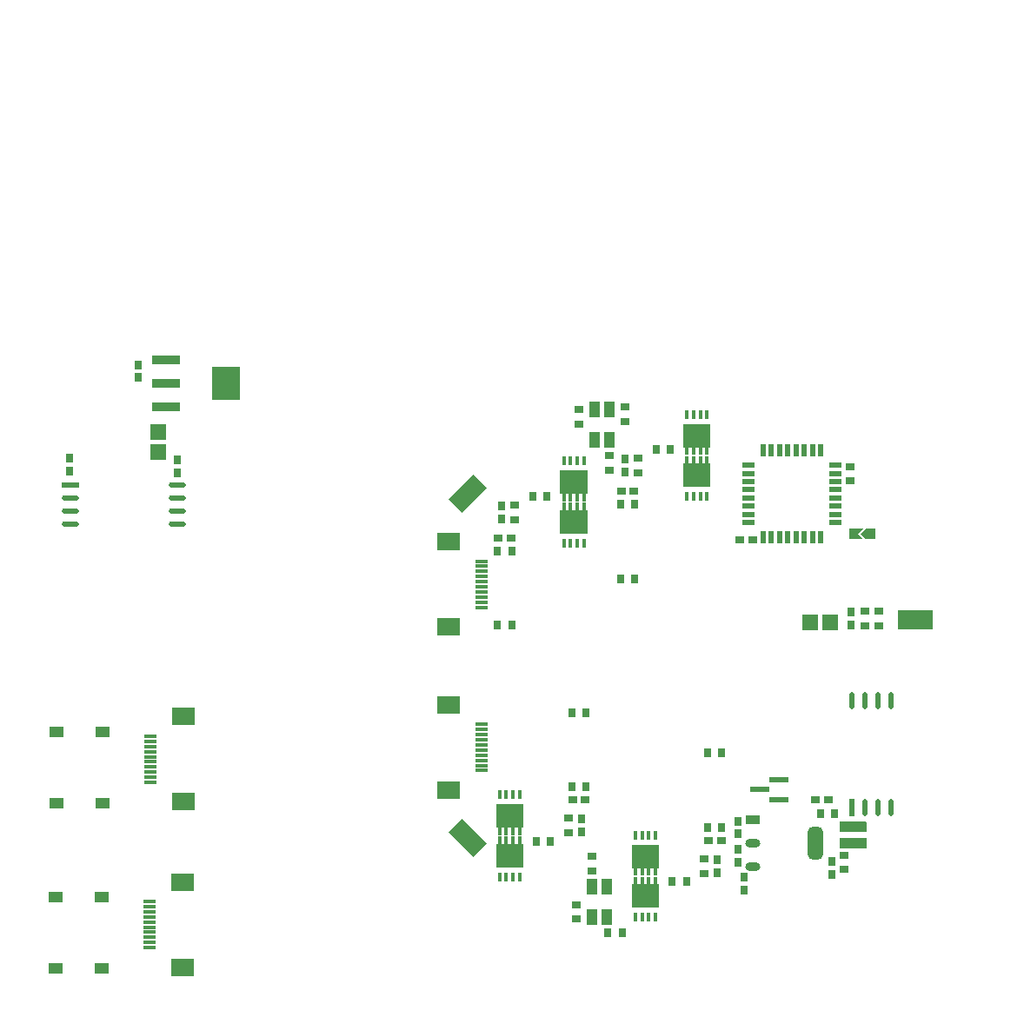
<source format=gtp>
G04*
G04 #@! TF.GenerationSoftware,Altium Limited,Altium Designer,25.8.1 (18)*
G04*
G04 Layer_Color=8421504*
%FSLAX44Y44*%
%MOMM*%
G71*
G04*
G04 #@! TF.SameCoordinates,668C74B0-1D1B-4F50-AB7C-E7AA2C44617E*
G04*
G04*
G04 #@! TF.FilePolarity,Positive*
G04*
G01*
G75*
%ADD20R,2.6000X1.0000*%
%ADD21R,1.6000X1.5500*%
%ADD22R,0.8000X0.8500*%
%ADD23R,2.7000X0.9000*%
%ADD24R,2.7000X3.3000*%
G04:AMPARAMS|DCode=25|XSize=1.6539mm|YSize=0.5421mm|CornerRadius=0.2711mm|HoleSize=0mm|Usage=FLASHONLY|Rotation=0.000|XOffset=0mm|YOffset=0mm|HoleType=Round|Shape=RoundedRectangle|*
%AMROUNDEDRECTD25*
21,1,1.6539,0.0000,0,0,0.0*
21,1,1.1118,0.5421,0,0,0.0*
1,1,0.5421,0.5559,0.0000*
1,1,0.5421,-0.5559,0.0000*
1,1,0.5421,-0.5559,0.0000*
1,1,0.5421,0.5559,0.0000*
%
%ADD25ROUNDEDRECTD25*%
%ADD26R,1.6539X0.5421*%
%ADD27R,0.9000X0.8000*%
%ADD28R,0.8500X0.8000*%
%ADD29R,0.5421X1.6539*%
%ADD30R,0.8000X0.9000*%
G04:AMPARAMS|DCode=31|XSize=1.4542mm|YSize=0.8821mm|CornerRadius=0.4411mm|HoleSize=0mm|Usage=FLASHONLY|Rotation=0.000|XOffset=0mm|YOffset=0mm|HoleType=Round|Shape=RoundedRectangle|*
%AMROUNDEDRECTD31*
21,1,1.4542,0.0000,0,0,0.0*
21,1,0.5720,0.8821,0,0,0.0*
1,1,0.8821,0.2860,0.0000*
1,1,0.8821,-0.2860,0.0000*
1,1,0.8821,-0.2860,0.0000*
1,1,0.8821,0.2860,0.0000*
%
%ADD31ROUNDEDRECTD31*%
%ADD32R,1.1000X1.5000*%
%ADD33R,1.3000X0.3000*%
%ADD34C,0.0100*%
G04:AMPARAMS|DCode=35|XSize=1.6539mm|YSize=0.5421mm|CornerRadius=0.2711mm|HoleSize=0mm|Usage=FLASHONLY|Rotation=90.000|XOffset=0mm|YOffset=0mm|HoleType=Round|Shape=RoundedRectangle|*
%AMROUNDEDRECTD35*
21,1,1.6539,0.0000,0,0,90.0*
21,1,1.1118,0.5421,0,0,90.0*
1,1,0.5421,0.0000,0.5559*
1,1,0.5421,0.0000,-0.5559*
1,1,0.5421,0.0000,-0.5559*
1,1,0.5421,0.0000,0.5559*
%
%ADD35ROUNDEDRECTD35*%
%ADD36R,1.4000X1.0000*%
G04:AMPARAMS|DCode=37|XSize=3.45mm|YSize=1.85mm|CornerRadius=0mm|HoleSize=0mm|Usage=FLASHONLY|Rotation=135.000|XOffset=0mm|YOffset=0mm|HoleType=Round|Shape=Rectangle|*
%AMROTATEDRECTD37*
4,1,4,1.8738,-0.5657,0.5657,-1.8738,-1.8738,0.5657,-0.5657,1.8738,1.8738,-0.5657,0.0*
%
%ADD37ROTATEDRECTD37*%

G04:AMPARAMS|DCode=38|XSize=1.4542mm|YSize=3.1821mm|CornerRadius=0.4435mm|HoleSize=0mm|Usage=FLASHONLY|Rotation=0.000|XOffset=0mm|YOffset=0mm|HoleType=Round|Shape=RoundedRectangle|*
%AMROUNDEDRECTD38*
21,1,1.4542,2.2951,0,0,0.0*
21,1,0.5671,3.1821,0,0,0.0*
1,1,0.8870,0.2836,-1.1476*
1,1,0.8870,-0.2836,-1.1476*
1,1,0.8870,-0.2836,1.1476*
1,1,0.8870,0.2836,1.1476*
%
%ADD38ROUNDEDRECTD38*%
%ADD39R,0.3048X0.8128*%
%ADD40R,2.2000X1.8000*%
%ADD41R,3.4500X1.8500*%
%ADD42R,1.5500X1.6000*%
%ADD43R,1.2000X0.5000*%
%ADD44R,0.5000X1.2000*%
G04:AMPARAMS|DCode=45|XSize=3.45mm|YSize=1.85mm|CornerRadius=0mm|HoleSize=0mm|Usage=FLASHONLY|Rotation=45.000|XOffset=0mm|YOffset=0mm|HoleType=Round|Shape=Rectangle|*
%AMROTATEDRECTD45*
4,1,4,-0.5657,-1.8738,-1.8738,-0.5657,0.5657,1.8738,1.8738,0.5657,-0.5657,-1.8738,0.0*
%
%ADD45ROTATEDRECTD45*%

%ADD46R,1.4542X0.8821*%
%ADD47C,0.0160*%
%ADD48R,1.9000X0.6000*%
G36*
X43208Y212774D02*
X16792D01*
Y235628D01*
X43208D01*
Y212774D01*
D02*
G37*
G36*
Y174372D02*
X16792D01*
Y197226D01*
X43208D01*
Y174372D01*
D02*
G37*
G36*
X-76792Y167374D02*
X-103208D01*
Y190228D01*
X-76792D01*
Y167374D01*
D02*
G37*
G36*
Y128972D02*
X-103208D01*
Y151826D01*
X-76792D01*
Y128972D01*
D02*
G37*
G36*
X186750Y129000D02*
X191750Y124000D01*
X178000D01*
Y134000D01*
X191750D01*
X186750Y129000D01*
D02*
G37*
G36*
X204000Y124000D02*
X194750D01*
X189750Y129000D01*
X194750Y134000D01*
X204000Y134000D01*
Y124000D01*
D02*
G37*
G36*
X-139292Y-157726D02*
X-165708D01*
Y-134872D01*
X-139292D01*
Y-157726D01*
D02*
G37*
G36*
X195000Y-162000D02*
X181250D01*
X186250Y-157000D01*
X181250Y-152000D01*
X195000D01*
Y-162000D01*
D02*
G37*
G36*
X183250Y-157000D02*
X178250Y-162000D01*
X169000Y-162000D01*
Y-152000D01*
X178250D01*
X183250Y-157000D01*
D02*
G37*
G36*
X195000Y-178000D02*
X181250D01*
X186250Y-173000D01*
X181250Y-168000D01*
X195000D01*
Y-178000D01*
D02*
G37*
G36*
X183250Y-173000D02*
X178250Y-178000D01*
X169000Y-178000D01*
Y-168000D01*
X178250D01*
X183250Y-173000D01*
D02*
G37*
G36*
X-139292Y-196128D02*
X-165708D01*
Y-173274D01*
X-139292D01*
Y-196128D01*
D02*
G37*
G36*
X-7042Y-197200D02*
X-33458D01*
X-33458Y-174346D01*
X-7042D01*
X-7042Y-197200D01*
D02*
G37*
G36*
Y-235602D02*
X-33458Y-235602D01*
X-33458Y-212748D01*
X-7042D01*
Y-235602D01*
D02*
G37*
D20*
X182004Y-173000D02*
D03*
X181999Y-157000D02*
D03*
D21*
X-495000Y208000D02*
D03*
Y227500D02*
D03*
D22*
X-514000Y280750D02*
D03*
Y293250D02*
D03*
X-476000Y200250D02*
D03*
Y187750D02*
D03*
X-581000Y202250D02*
D03*
Y189750D02*
D03*
X180000Y39750D02*
D03*
Y52250D02*
D03*
X161000Y-203250D02*
D03*
X76000Y-205750D02*
D03*
X70000Y-191250D02*
D03*
X-82500Y-149250D02*
D03*
X49750Y-188724D02*
D03*
X161000Y-190750D02*
D03*
X76000Y-218250D02*
D03*
X70000Y-178750D02*
D03*
Y-163750D02*
D03*
X-40000Y188750D02*
D03*
X-160000Y143350D02*
D03*
X-82500Y-161750D02*
D03*
X-160000Y155850D02*
D03*
X-40000Y201250D02*
D03*
X49750Y-201224D02*
D03*
X70000Y-151250D02*
D03*
D23*
X-487500Y298000D02*
D03*
Y275000D02*
D03*
Y252000D02*
D03*
D24*
X-428500Y275000D02*
D03*
D25*
X-475995Y176050D02*
D03*
Y163350D02*
D03*
Y150650D02*
D03*
Y137950D02*
D03*
X-580005D02*
D03*
Y150650D02*
D03*
Y163350D02*
D03*
D26*
Y176050D02*
D03*
D27*
X207000Y39000D02*
D03*
Y53000D02*
D03*
X194000Y39000D02*
D03*
Y53000D02*
D03*
X173500Y-198500D02*
D03*
Y-184500D02*
D03*
X-95000Y-148500D02*
D03*
X37250Y-187974D02*
D03*
X179000Y194000D02*
D03*
X-27500Y188000D02*
D03*
X-147500Y142600D02*
D03*
X-55000Y204500D02*
D03*
Y190500D02*
D03*
X-40000Y252000D02*
D03*
Y238000D02*
D03*
X-85000Y249500D02*
D03*
Y235500D02*
D03*
X-72500Y-199500D02*
D03*
Y-185500D02*
D03*
X-87500Y-246500D02*
D03*
Y-232500D02*
D03*
X-95000Y-162500D02*
D03*
X37250Y-201974D02*
D03*
X-147500Y156600D02*
D03*
X-27500Y202000D02*
D03*
X179000Y180000D02*
D03*
D28*
X158250Y-130000D02*
D03*
X145750D02*
D03*
X-91250Y-130500D02*
D03*
X41000Y-169974D02*
D03*
X84250Y123000D02*
D03*
X71750D02*
D03*
X-31250Y170000D02*
D03*
X-151250Y124600D02*
D03*
X-163750D02*
D03*
X-43750Y170000D02*
D03*
X-78750Y-130500D02*
D03*
X53500Y-169974D02*
D03*
D29*
X181300Y-138011D02*
D03*
D30*
X150000Y-144000D02*
D03*
X164000D02*
D03*
X-92000Y-118000D02*
D03*
X40250Y-157474D02*
D03*
X-30500Y157500D02*
D03*
X-150500Y112100D02*
D03*
X-150500Y39600D02*
D03*
X-164500D02*
D03*
X-164500Y112100D02*
D03*
X-30500Y85000D02*
D03*
X-44500D02*
D03*
X-44500Y157500D02*
D03*
X-92000Y-45500D02*
D03*
X-78000D02*
D03*
X-78000Y-118000D02*
D03*
X40250Y-84974D02*
D03*
X54250D02*
D03*
X54250Y-157474D02*
D03*
X-57000Y-260000D02*
D03*
X-43000D02*
D03*
X-112500Y-170900D02*
D03*
X-126500D02*
D03*
X-10000Y210400D02*
D03*
X4000D02*
D03*
X19750Y-210374D02*
D03*
X5750D02*
D03*
X-116000Y165000D02*
D03*
X-130000Y165000D02*
D03*
D31*
X84250Y-195500D02*
D03*
Y-172500D02*
D03*
D32*
X-57500Y-215000D02*
D03*
X-70000Y220000D02*
D03*
Y250000D02*
D03*
X-55000D02*
D03*
Y220000D02*
D03*
X-57500Y-245000D02*
D03*
X-72500D02*
D03*
Y-215000D02*
D03*
D33*
X-179500Y-57000D02*
D03*
X-179500Y-102000D02*
D03*
X-179500Y-72000D02*
D03*
X-179500Y-92000D02*
D03*
X-179500Y-82000D02*
D03*
X-179500Y-62000D02*
D03*
X-502500Y-108500D02*
D03*
X-502500Y-98500D02*
D03*
X-502500Y-113500D02*
D03*
X-502500Y-103500D02*
D03*
X-502500Y-88500D02*
D03*
X-502500Y-83500D02*
D03*
X-502500Y-78500D02*
D03*
X-502500Y-93500D02*
D03*
X-502500Y-68500D02*
D03*
X-502500Y-73500D02*
D03*
X-503500Y-274500D02*
D03*
X-503500Y-269500D02*
D03*
X-503500Y-264500D02*
D03*
X-503500Y-249500D02*
D03*
X-503500Y-244500D02*
D03*
X-503500Y-239500D02*
D03*
X-503500Y-259500D02*
D03*
Y-254500D02*
D03*
X-503500Y-229500D02*
D03*
X-503500Y-234500D02*
D03*
X-179500Y102000D02*
D03*
X-179500Y97000D02*
D03*
X-179500Y92000D02*
D03*
X-179500Y77000D02*
D03*
X-179500Y72000D02*
D03*
X-179500Y67000D02*
D03*
X-179500Y87000D02*
D03*
Y82000D02*
D03*
X-179500Y57000D02*
D03*
X-179500Y62000D02*
D03*
X-179500Y-67000D02*
D03*
X-179500Y-87000D02*
D03*
X-179500Y-77000D02*
D03*
X-179500Y-97000D02*
D03*
D34*
X95200Y-237300D02*
D03*
X69800D02*
D03*
Y-250000D02*
D03*
X82500D02*
D03*
Y-237300D02*
D03*
X95200Y-250000D02*
D03*
X74800Y232500D02*
D03*
Y245200D02*
D03*
X87500Y232500D02*
D03*
Y245200D02*
D03*
X100200Y232500D02*
D03*
Y245200D02*
D03*
D35*
X181300Y-34000D02*
D03*
X194000D02*
D03*
X206700D02*
D03*
X219400D02*
D03*
Y-138011D02*
D03*
X206700D02*
D03*
X194000D02*
D03*
D36*
X-550000Y-225000D02*
D03*
Y-295000D02*
D03*
X-549000Y-64000D02*
D03*
Y-134000D02*
D03*
X-595000Y-225000D02*
D03*
Y-295000D02*
D03*
X-594000Y-64000D02*
D03*
Y-134000D02*
D03*
D37*
X-193000Y-168000D02*
D03*
D38*
X145750Y-172500D02*
D03*
D39*
X-142750Y-205526D02*
D03*
X-10500Y-245000D02*
D03*
X-80250Y119574D02*
D03*
X20250Y245026D02*
D03*
X-99750Y199626D02*
D03*
X-142750Y-160526D02*
D03*
X-149250D02*
D03*
X-155750D02*
D03*
X-162250D02*
D03*
Y-125474D02*
D03*
X-155750D02*
D03*
X-149250D02*
D03*
X-142750D02*
D03*
X-162250Y-170474D02*
D03*
X-155750D02*
D03*
X-149250D02*
D03*
X-142750D02*
D03*
X-149250Y-205526D02*
D03*
X-155750D02*
D03*
X-162250D02*
D03*
X-10500Y-164948D02*
D03*
X-17000D02*
D03*
X-23500D02*
D03*
X-30000D02*
D03*
X-30000Y-200000D02*
D03*
X-23500D02*
D03*
X-17000D02*
D03*
X-10500D02*
D03*
X-30000Y-245000D02*
D03*
X-23500D02*
D03*
X-17000D02*
D03*
X-10500Y-209948D02*
D03*
X-17000D02*
D03*
X-23500D02*
D03*
X-30000D02*
D03*
X-99750Y119574D02*
D03*
X-93250D02*
D03*
X-86750D02*
D03*
X-80250Y154626D02*
D03*
X-86750D02*
D03*
X-93250D02*
D03*
X-99750D02*
D03*
X-80250Y199626D02*
D03*
X-86750D02*
D03*
X-93250D02*
D03*
X-99750Y164574D02*
D03*
X-93250D02*
D03*
X-86750D02*
D03*
X-80250Y164574D02*
D03*
X20250Y164974D02*
D03*
X26750D02*
D03*
X33250D02*
D03*
X39750D02*
D03*
Y200026D02*
D03*
X33250D02*
D03*
X26750D02*
D03*
X20250D02*
D03*
X39750Y245026D02*
D03*
X33250D02*
D03*
X26750D02*
D03*
X20250Y209974D02*
D03*
X26750D02*
D03*
X33250D02*
D03*
X39750D02*
D03*
D40*
X-470000Y-49500D02*
D03*
X-470000Y-132500D02*
D03*
X-471000Y-210500D02*
D03*
X-471000Y-293500D02*
D03*
X-212000Y38000D02*
D03*
X-212000Y121000D02*
D03*
X-212000Y-121000D02*
D03*
X-212000Y-38000D02*
D03*
D41*
X242500Y45000D02*
D03*
D42*
X160000Y42500D02*
D03*
X140500D02*
D03*
D43*
X80000Y147500D02*
D03*
X165000Y155500D02*
D03*
Y147500D02*
D03*
Y195500D02*
D03*
X80000Y139500D02*
D03*
Y195500D02*
D03*
Y179500D02*
D03*
Y171500D02*
D03*
Y163500D02*
D03*
X165000Y139500D02*
D03*
Y163500D02*
D03*
Y171500D02*
D03*
Y179500D02*
D03*
Y187500D02*
D03*
X80000Y155500D02*
D03*
Y187500D02*
D03*
D44*
X102500Y210000D02*
D03*
X150500D02*
D03*
X118500D02*
D03*
X94500Y125000D02*
D03*
X142500D02*
D03*
X150500D02*
D03*
X142500Y210000D02*
D03*
X134500D02*
D03*
X126500D02*
D03*
X110500D02*
D03*
X94500D02*
D03*
X102500Y125000D02*
D03*
X110500D02*
D03*
X118500D02*
D03*
X126500D02*
D03*
X134500D02*
D03*
D45*
X-193000Y168000D02*
D03*
D46*
X84250Y-149500D02*
D03*
D47*
X-625000Y625000D02*
D03*
X325000D02*
D03*
Y-325000D02*
D03*
D48*
X110000Y-111000D02*
D03*
Y-130000D02*
D03*
X91000Y-120500D02*
D03*
M02*

</source>
